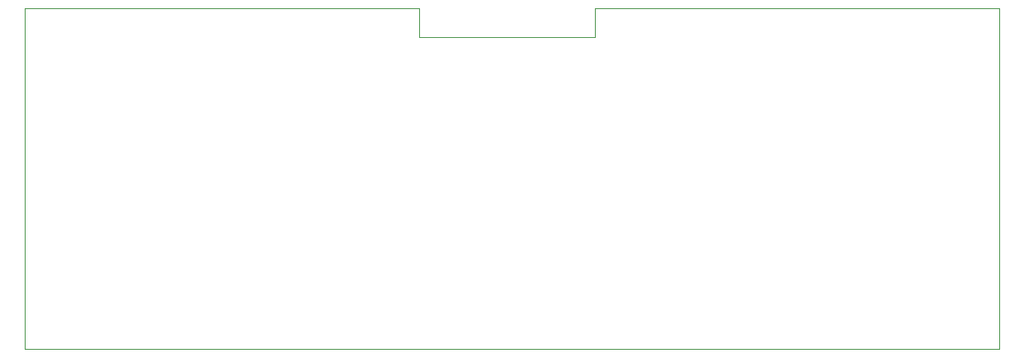
<source format=gbr>
G04 #@! TF.GenerationSoftware,KiCad,Pcbnew,(5.1.10)-1*
G04 #@! TF.CreationDate,2021-07-07T16:36:37+09:00*
G04 #@! TF.ProjectId,driver,64726976-6572-42e6-9b69-6361645f7063,rev?*
G04 #@! TF.SameCoordinates,Original*
G04 #@! TF.FileFunction,Profile,NP*
%FSLAX46Y46*%
G04 Gerber Fmt 4.6, Leading zero omitted, Abs format (unit mm)*
G04 Created by KiCad (PCBNEW (5.1.10)-1) date 2021-07-07 16:36:37*
%MOMM*%
%LPD*%
G01*
G04 APERTURE LIST*
G04 #@! TA.AperFunction,Profile*
%ADD10C,0.050000*%
G04 #@! TD*
G04 APERTURE END LIST*
D10*
X40500000Y0D02*
X0Y0D01*
X58500000Y0D02*
X100000000Y0D01*
X58500000Y-3000000D02*
X58500000Y0D01*
X40500000Y-3000000D02*
X58500000Y-3000000D01*
X40500000Y0D02*
X40500000Y-3000000D01*
X100000000Y0D02*
X100000000Y-35000000D01*
X0Y-35000000D02*
X100000000Y-35000000D01*
X0Y0D02*
X0Y-35000000D01*
M02*

</source>
